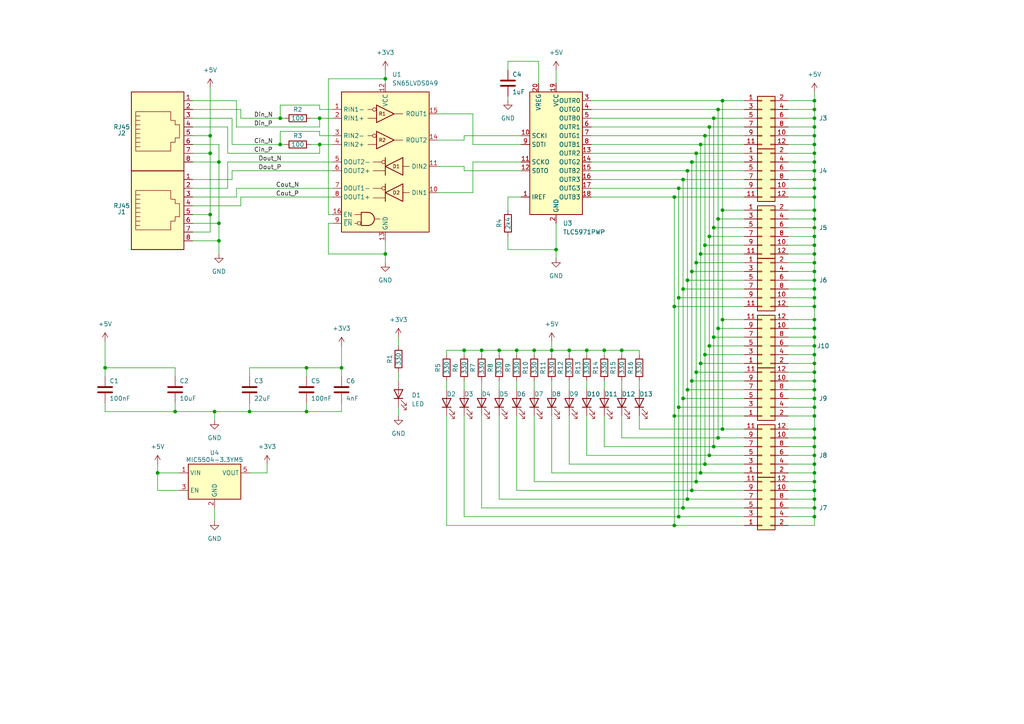
<source format=kicad_sch>
(kicad_sch (version 20231120) (generator "eeschema") (generator_version "8.0")
  (paper "A4")
  (lib_symbols
    (symbol "Connector:RJ45" (pin_names (offset 1.016))
      (property "Reference" "J" (at -5.08 13.97 0))
      (property "Value" "RJ45" (at 2.54 13.97 0))
      (symbol "RJ45_0_1"
        (polyline (pts (xy -5.08 4.445) (xy -6.35 4.445)))
        (polyline (pts (xy -5.08 5.715) (xy -6.35 5.715)))
        (polyline (pts (xy -6.35 -3.175) (xy -5.08 -3.175) (xy -5.08 -3.175)))
        (polyline (pts (xy -6.35 -1.905) (xy -5.08 -1.905) (xy -5.08 -1.905)))
        (polyline (pts (xy -6.35 -0.635) (xy -5.08 -0.635) (xy -5.08 -0.635)))
        (polyline (pts (xy -6.35 0.635) (xy -5.08 0.635) (xy -5.08 0.635)))
        (polyline (pts (xy -6.35 1.905) (xy -5.08 1.905) (xy -5.08 1.905)))
        (polyline (pts (xy -5.08 3.175) (xy -6.35 3.175) (xy -6.35 3.175)))
        (polyline (pts (xy -6.35 -4.445) (xy -6.35 6.985) (xy 3.81 6.985) (xy 3.81 4.445) (xy 5.08 4.445) (xy 5.08 3.175) (xy 6.35 3.175) (xy 6.35 -0.635) (xy 5.08 -0.635) (xy 5.08 -1.905) (xy 3.81 -1.905) (xy 3.81 -4.445) (xy -6.35 -4.445) (xy -6.35 -4.445)))
        (rectangle (start 7.62 12.7) (end -7.62 -10.16) (stroke (width 0.254)) (fill (type background)))
      )
      (symbol "RJ45_1_1"
        (pin passive line (at 10.16 -7.62 180) (length 2.54) (name "~") (number "1"))
        (pin passive line (at 10.16 -5.08 180) (length 2.54) (name "~") (number "2"))
        (pin passive line (at 10.16 -2.54 180) (length 2.54) (name "~") (number "3"))
        (pin passive line (at 10.16 0 180) (length 2.54) (name "~") (number "4"))
        (pin passive line (at 10.16 2.54 180) (length 2.54) (name "~") (number "5"))
        (pin passive line (at 10.16 5.08 180) (length 2.54) (name "~") (number "6"))
        (pin passive line (at 10.16 7.62 180) (length 2.54) (name "~") (number "7"))
        (pin passive line (at 10.16 10.16 180) (length 2.54) (name "~") (number "8"))
      )
    )
    (symbol "Connector_Generic:Conn_02x06_Odd_Even" (pin_names (offset 1.016) hide)
      (property "Reference" "J" (at 1.27 7.62 0))
      (property "Value" "Conn_02x06_Odd_Even" (at 1.27 -10.16 0))
      (symbol "Conn_02x06_Odd_Even_1_1"
        (rectangle (start -1.27 -7.493) (end 0 -7.747) (stroke (width 0.1524)))
        (rectangle (start -1.27 -4.953) (end 0 -5.207) (stroke (width 0.1524)))
        (rectangle (start -1.27 -2.413) (end 0 -2.667) (stroke (width 0.1524)))
        (rectangle (start -1.27 0.127) (end 0 -0.127) (stroke (width 0.1524)))
        (rectangle (start -1.27 2.667) (end 0 2.413) (stroke (width 0.1524)))
        (rectangle (start -1.27 5.207) (end 0 4.953) (stroke (width 0.1524)))
        (rectangle (start -1.27 6.35) (end 3.81 -8.89) (stroke (width 0.254)) (fill (type background)))
        (rectangle (start 3.81 -7.493) (end 2.54 -7.747) (stroke (width 0.1524)))
        (rectangle (start 3.81 -4.953) (end 2.54 -5.207) (stroke (width 0.1524)))
        (rectangle (start 3.81 -2.413) (end 2.54 -2.667) (stroke (width 0.1524)))
        (rectangle (start 3.81 0.127) (end 2.54 -0.127) (stroke (width 0.1524)))
        (rectangle (start 3.81 2.667) (end 2.54 2.413) (stroke (width 0.1524)))
        (rectangle (start 3.81 5.207) (end 2.54 4.953) (stroke (width 0.1524)))
        (pin passive line (at -5.08 5.08 0) (length 3.81) (name "Pin_1") (number "1"))
        (pin passive line (at 7.62 -5.08 180) (length 3.81) (name "Pin_10") (number "10"))
        (pin passive line (at -5.08 -7.62 0) (length 3.81) (name "Pin_11") (number "11"))
        (pin passive line (at 7.62 -7.62 180) (length 3.81) (name "Pin_12") (number "12"))
        (pin passive line (at 7.62 5.08 180) (length 3.81) (name "Pin_2") (number "2"))
        (pin passive line (at -5.08 2.54 0) (length 3.81) (name "Pin_3") (number "3"))
        (pin passive line (at 7.62 2.54 180) (length 3.81) (name "Pin_4") (number "4"))
        (pin passive line (at -5.08 0 0) (length 3.81) (name "Pin_5") (number "5"))
        (pin passive line (at 7.62 0 180) (length 3.81) (name "Pin_6") (number "6"))
        (pin passive line (at -5.08 -2.54 0) (length 3.81) (name "Pin_7") (number "7"))
        (pin passive line (at 7.62 -2.54 180) (length 3.81) (name "Pin_8") (number "8"))
        (pin passive line (at -5.08 -5.08 0) (length 3.81) (name "Pin_9") (number "9"))
      )
    )
    (symbol "Device:C" (pin_numbers hide) (pin_names (offset 0.254))
      (property "Reference" "C" (at 0.635 2.54 0))
      (property "Value" "C" (at 0.635 -2.54 0))
      (symbol "C_0_1"
        (polyline (pts (xy -2.032 -0.762) (xy 2.032 -0.762)) (stroke (width 0.508)))
        (polyline (pts (xy -2.032 0.762) (xy 2.032 0.762)) (stroke (width 0.508)))
      )
      (symbol "C_1_1"
        (pin passive line (at 0 3.81 270) (length 2.794) (name "~") (number "1"))
        (pin passive line (at 0 -3.81 90) (length 2.794) (name "~") (number "2"))
      )
    )
    (symbol "Device:LED" (pin_numbers hide) (pin_names (offset 1.016) hide)
      (property "Reference" "D" (at 0 2.54 0))
      (property "Value" "LED" (at 0 -2.54 0))
      (symbol "LED_0_1"
        (polyline (pts (xy -1.27 -1.27) (xy -1.27 1.27)) (stroke (width 0.254)))
        (polyline (pts (xy -1.27 0) (xy 1.27 0)))
        (polyline (pts (xy 1.27 -1.27) (xy 1.27 1.27) (xy -1.27 0) (xy 1.27 -1.27)) (stroke (width 0.254)))
        (polyline (pts (xy -3.048 -0.762) (xy -4.572 -2.286) (xy -3.81 -2.286) (xy -4.572 -2.286) (xy -4.572 -1.524)))
        (polyline (pts (xy -1.778 -0.762) (xy -3.302 -2.286) (xy -2.54 -2.286) (xy -3.302 -2.286) (xy -3.302 -1.524)))
      )
      (symbol "LED_1_1"
        (pin passive line (at -3.81 0 0) (length 2.54) (name "K") (number "1"))
        (pin passive line (at 3.81 0 180) (length 2.54) (name "A") (number "2"))
      )
    )
    (symbol "Device:R" (pin_numbers hide) (pin_names (offset 0))
      (property "Reference" "R" (at 2.032 0 90))
      (property "Value" "R" (at 0 0 90))
      (symbol "R_0_1"
        (rectangle (start -1.016 -2.54) (end 1.016 2.54) (stroke (width 0.254)))
      )
      (symbol "R_1_1"
        (pin passive line (at 0 3.81 270) (length 1.27) (name "~") (number "1"))
        (pin passive line (at 0 -3.81 90) (length 1.27) (name "~") (number "2"))
      )
    )
    (symbol "Driver_LED:TLC5971PWP"
      (property "Reference" "U" (at 1.27 19.05 0))
      (property "Value" "TLC5971PWP" (at 1.27 -19.05 0))
      (symbol "TLC5971PWP_0_1"
        (rectangle (start -7.62 17.78) (end 7.62 -17.78) (stroke (width 0.254)) (fill (type background)))
        (pin input line (at -10.16 5.08 0) (length 2.54) (name "SCKI") (number "10"))
        (pin open_collector line (at 10.16 0 180) (length 2.54) (name "OUTR2") (number "13"))
        (pin open_collector line (at 10.16 -2.54 180) (length 2.54) (name "OUTG2") (number "14"))
        (pin open_collector line (at 10.16 -5.08 180) (length 2.54) (name "OUTB2") (number "15"))
        (pin open_collector line (at 10.16 -7.62 180) (length 2.54) (name "OUTR3") (number "16"))
        (pin open_collector line (at 10.16 -10.16 180) (length 2.54) (name "OUTG3") (number "17"))
        (pin open_collector line (at 10.16 -12.7 180) (length 2.54) (name "OUTB3") (number "18"))
        (pin power_in line (at 0 20.32 270) (length 2.54) (name "VCC") (number "19"))
        (pin power_in line (at 0 -20.32 90) (length 2.54) (name "GND") (number "2"))
        (pin passive line (at -5.08 20.32 270) (length 2.54) (name "VREG") (number "20"))
        (pin passive line (at 0 -20.32 90) (length 2.54) hide (name "GND") (number "21"))
        (pin open_collector line (at 10.16 15.24 180) (length 2.54) (name "OUTR0") (number "3"))
        (pin open_collector line (at 10.16 12.7 180) (length 2.54) (name "OUTG0") (number "4"))
        (pin open_collector line (at 10.16 10.16 180) (length 2.54) (name "OUTB0") (number "5"))
        (pin open_collector line (at 10.16 7.62 180) (length 2.54) (name "OUTR1") (number "6"))
        (pin open_collector line (at 10.16 5.08 180) (length 2.54) (name "OUTG1") (number "7"))
        (pin open_collector line (at 10.16 2.54 180) (length 2.54) (name "OUTB1") (number "8"))
        (pin input line (at -10.16 2.54 0) (length 2.54) (name "SDTI") (number "9"))
      )
      (symbol "TLC5971PWP_1_1"
        (pin passive line (at -10.16 -12.7 0) (length 2.54) (name "IREF") (number "1"))
        (pin output line (at -10.16 -2.54 0) (length 2.54) (name "SCKO") (number "11"))
        (pin output line (at -10.16 -5.08 0) (length 2.54) (name "SDTO") (number "12"))
      )
    )
    (symbol "My_New_Library:SN65LVDS049"
      (property "Reference" "U" (at -12.7 21.59 0))
      (property "Value" "SN65LVDS049" (at 1.27 21.59 0))
      (symbol "SN65LVDS049_0_1"
        (polyline (pts (xy -3.81 7.62) (xy -5.08 7.62)))
        (polyline (pts (xy -3.81 15.24) (xy -5.08 15.24)))
        (polyline (pts (xy -2.54 5.08) (xy -5.08 5.08)))
        (polyline (pts (xy -2.54 12.7) (xy -5.08 12.7)))
        (polyline (pts (xy 2.54 6.35) (xy 5.08 6.35)))
        (polyline (pts (xy 2.54 13.97) (xy 5.08 13.97)))
      )
      (symbol "SN65LVDS049_1_0"
        (rectangle (start -12.7 20.32) (end 12.7 -20.32) (stroke (width 0.254)) (fill (type background)))
        (circle (center -7.62 -17.78) (radius 0.508))
        (circle (center -3.175 7.62) (radius 0.508))
        (circle (center -3.175 15.24) (radius 0.508))
        (circle (center -0.508 -7.62) (radius 0.508))
        (circle (center -0.508 0) (radius 0.508))
        (polyline (pts (xy -3.556 -2.54) (xy 0 -2.54)))
        (polyline (pts (xy -3.048 -16.51) (xy -1.524 -16.51)))
        (polyline (pts (xy -1.016 -7.62) (xy -3.556 -7.62)))
        (polyline (pts (xy -1.016 0) (xy -3.556 0)))
        (polyline (pts (xy 0 -10.414) (xy -3.556 -10.414)))
        (polyline (pts (xy 0 -6.35) (xy 0 -11.43)) (stroke (width 0.254)))
        (polyline (pts (xy 0 1.27) (xy 0 -3.81)) (stroke (width 0.254)))
        (polyline (pts (xy 5.08 -8.89) (xy 6.985 -8.89)))
        (polyline (pts (xy 5.08 -1.27) (xy 6.985 -1.27)))
        (text "D1" (at 3.175 -1.27 0) (effects (font (size 1.016 1.016))))
        (text "D2" (at 3.175 -8.89 0) (effects (font (size 1.016 1.016))))
        (text "R1" (at -0.889 13.97 0) (effects (font (size 1.016 1.016))))
        (text "R2" (at -0.889 6.35 0) (effects (font (size 1.016 1.016))))
      )
      (symbol "SN65LVDS049_1_1"
        (arc (start -5.08 -18.415) (mid -3.1833 -16.51) (end -5.08 -14.605) (stroke (width 0.254)))
        (polyline (pts (xy -8.89 -17.78) (xy -8.128 -17.78)))
        (polyline (pts (xy -8.89 -15.24) (xy -6.985 -15.24)))
        (polyline (pts (xy -5.08 -14.605) (xy -6.985 -14.605) (xy -6.985 -18.415) (xy -5.08 -18.415)) (stroke (width 0.254)))
        (polyline (pts (xy -2.54 8.89) (xy -2.54 3.81) (xy 2.54 6.35) (xy -2.54 8.89)) (stroke (width 0.254)))
        (polyline (pts (xy -2.54 16.51) (xy -2.54 11.43) (xy 2.54 13.97) (xy -2.54 16.51)) (stroke (width 0.254)))
        (polyline (pts (xy 5.08 -6.35) (xy 5.08 -11.43) (xy 0 -8.89) (xy 5.08 -6.35)) (stroke (width 0.254)))
        (polyline (pts (xy 5.08 1.27) (xy 5.08 -3.81) (xy 0 -1.27) (xy 5.08 1.27)) (stroke (width 0.254)))
        (pin input line (at -15.24 15.24 0) (length 2.54) (name "RIN1-") (number "1"))
        (pin input line (at 15.24 -8.89 180) (length 2.54) (name "DIN1") (number "10"))
        (pin input line (at 15.24 -1.27 180) (length 2.54) (name "DIN2") (number "11"))
        (pin power_in line (at 0 22.86 270) (length 2.54) (name "VCC") (number "12"))
        (pin power_in line (at 0 -22.86 90) (length 2.54) (name "GND") (number "13"))
        (pin output line (at 15.24 6.35 180) (length 2.54) (name "ROUT2") (number "14"))
        (pin output line (at 15.24 13.97 180) (length 2.54) (name "ROUT1") (number "15"))
        (pin input line (at -15.24 -15.24 0) (length 2.54) (name "EN") (number "16"))
        (pin input line (at -15.24 12.7 0) (length 2.54) (name "RIN1+") (number "2"))
        (pin input line (at -15.24 7.62 0) (length 2.54) (name "RIN2-") (number "3"))
        (pin input line (at -15.24 5.08 0) (length 2.54) (name "RIN2+") (number "4"))
        (pin output line (at -15.24 0 0) (length 2.54) (name "DOUT2-") (number "5"))
        (pin output line (at -15.24 -2.54 0) (length 2.54) (name "DOUT2+") (number "6"))
        (pin output line (at -15.24 -7.62 0) (length 2.54) (name "DOUT1-") (number "7"))
        (pin output line (at -15.24 -10.16 0) (length 2.54) (name "DOUT1+") (number "8"))
        (pin input line (at -15.24 -17.78 0) (length 2.54) (name "~{EN}") (number "9"))
      )
    )
    (symbol "Regulator_Linear:MIC5504-3.3YM5"
      (property "Reference" "U" (at -7.62 8.89 0))
      (property "Value" "MIC5504-3.3YM5" (at -7.62 6.35 0))
      (symbol "MIC5504-3.3YM5_0_1"
        (rectangle (start -7.62 -5.08) (end 7.62 5.08) (stroke (width 0.254)) (fill (type background)))
      )
      (symbol "MIC5504-3.3YM5_1_1"
        (pin power_in line (at -10.16 2.54 0) (length 2.54) (name "VIN") (number "1"))
        (pin power_in line (at 0 -7.62 90) (length 2.54) (name "GND") (number "2"))
        (pin input line (at -10.16 -2.54 0) (length 2.54) (name "EN") (number "3"))
        (pin no_connect line (at 7.62 -2.54 180) (length 2.54) hide (name "NC") (number "4"))
        (pin power_out line (at 10.16 2.54 180) (length 2.54) (name "VOUT") (number "5"))
      )
    )
    (symbol "power:+3V3" (power) (pin_names (offset 0))
      (property "Value" "+3V3" (at 0 3.556 0))
      (symbol "+3V3_0_1"
        (polyline (pts (xy -0.762 1.27) (xy 0 2.54)))
        (polyline (pts (xy 0 0) (xy 0 2.54)))
        (polyline (pts (xy 0 2.54) (xy 0.762 1.27)))
      )
      (symbol "+3V3_1_1"
        (pin power_in line (at 0 0 90) (length 0) hide (name "+3V3") (number "1"))
      )
    )
    (symbol "power:+5V" (power) (pin_names (offset 0))
      (property "Value" "+5V" (at 0 3.556 0))
      (symbol "+5V_0_1"
        (polyline (pts (xy -0.762 1.27) (xy 0 2.54)))
        (polyline (pts (xy 0 0) (xy 0 2.54)))
        (polyline (pts (xy 0 2.54) (xy 0.762 1.27)))
      )
      (symbol "+5V_1_1"
        (pin power_in line (at 0 0 90) (length 0) hide (name "+5V") (number "1"))
      )
    )
    (symbol "power:GND" (power) (pin_names (offset 0))
      (property "Value" "GND" (at 0 -3.81 0))
      (symbol "GND_0_1"
        (polyline (pts (xy 0 0) (xy 0 -1.27) (xy 1.27 -1.27) (xy 0 -2.54) (xy -1.27 -1.27) (xy 0 -1.27)))
      )
      (symbol "GND_1_1"
        (pin power_in line (at 0 0 270) (length 0) hide (name "GND") (number "1"))
      )
    )
  )
  (junction (at 139.7 101.6))
  (junction (at 60.96 44.45))
  (junction (at 63.5 69.85))
  (junction (at 236.22 88.9))
  (junction (at 236.22 142.24))
  (junction (at 175.26 101.6))
  (junction (at 236.22 44.45))
  (junction (at 236.22 54.61))
  (junction (at 236.22 147.32))
  (junction (at 236.22 36.83))
  (junction (at 92.71 41.91))
  (junction (at 204.47 39.37))
  (junction (at 236.22 39.37))
  (junction (at 195.58 152.4))
  (junction (at 236.22 113.03))
  (junction (at 111.76 73.66))
  (junction (at 209.55 124.46))
  (junction (at 236.22 110.49))
  (junction (at 88.9 119.38))
  (junction (at 236.22 129.54))
  (junction (at 161.29 72.39))
  (junction (at 236.22 137.16))
  (junction (at 60.96 39.37))
  (junction (at 50.8 119.38))
  (junction (at 208.28 95.25))
  (junction (at 236.22 105.41))
  (junction (at 205.74 36.83))
  (junction (at 60.96 62.23))
  (junction (at 236.22 63.5))
  (junction (at 236.22 49.53))
  (junction (at 236.22 100.33))
  (junction (at 196.85 86.36))
  (junction (at 201.93 44.45))
  (junction (at 198.12 83.82))
  (junction (at 236.22 29.21))
  (junction (at 236.22 78.74))
  (junction (at 236.22 115.57))
  (junction (at 236.22 52.07))
  (junction (at 236.22 144.78))
  (junction (at 207.01 97.79))
  (junction (at 236.22 60.96))
  (junction (at 236.22 95.25))
  (junction (at 236.22 149.86))
  (junction (at 236.22 66.04))
  (junction (at 207.01 34.29))
  (junction (at 45.72 137.16))
  (junction (at 170.18 101.6))
  (junction (at 209.55 92.71))
  (junction (at 144.78 101.6))
  (junction (at 195.58 120.65))
  (junction (at 63.5 64.77))
  (junction (at 207.01 66.04))
  (junction (at 236.22 86.36))
  (junction (at 154.94 101.6))
  (junction (at 201.93 76.2))
  (junction (at 236.22 92.71))
  (junction (at 236.22 34.29))
  (junction (at 236.22 73.66))
  (junction (at 203.2 41.91))
  (junction (at 236.22 76.2))
  (junction (at 236.22 41.91))
  (junction (at 236.22 71.12))
  (junction (at 198.12 147.32))
  (junction (at 236.22 68.58))
  (junction (at 199.39 113.03))
  (junction (at 198.12 115.57))
  (junction (at 200.66 46.99))
  (junction (at 236.22 107.95))
  (junction (at 208.28 63.5))
  (junction (at 200.66 78.74))
  (junction (at 62.23 119.38))
  (junction (at 236.22 57.15))
  (junction (at 180.34 101.6))
  (junction (at 99.06 106.68))
  (junction (at 196.85 54.61))
  (junction (at 209.55 29.21))
  (junction (at 203.2 105.41))
  (junction (at 196.85 149.86))
  (junction (at 236.22 97.79))
  (junction (at 81.28 34.29))
  (junction (at 199.39 81.28))
  (junction (at 201.93 139.7))
  (junction (at 201.93 107.95))
  (junction (at 236.22 46.99))
  (junction (at 195.58 88.9))
  (junction (at 111.76 22.86))
  (junction (at 204.47 134.62))
  (junction (at 199.39 144.78))
  (junction (at 199.39 49.53))
  (junction (at 160.02 101.6))
  (junction (at 236.22 118.11))
  (junction (at 236.22 102.87))
  (junction (at 200.66 110.49))
  (junction (at 205.74 132.08))
  (junction (at 195.58 57.15))
  (junction (at 236.22 81.28))
  (junction (at 204.47 102.87))
  (junction (at 149.86 101.6))
  (junction (at 205.74 100.33))
  (junction (at 208.28 31.75))
  (junction (at 203.2 73.66))
  (junction (at 236.22 127))
  (junction (at 236.22 31.75))
  (junction (at 198.12 52.07))
  (junction (at 88.9 106.68))
  (junction (at 165.1 101.6))
  (junction (at 209.55 60.96))
  (junction (at 72.39 119.38))
  (junction (at 92.71 34.29))
  (junction (at 236.22 132.08))
  (junction (at 236.22 124.46))
  (junction (at 134.62 101.6))
  (junction (at 208.28 127))
  (junction (at 204.47 71.12))
  (junction (at 236.22 120.65))
  (junction (at 81.28 41.91))
  (junction (at 207.01 129.54))
  (junction (at 236.22 83.82))
  (junction (at 200.66 142.24))
  (junction (at 236.22 134.62))
  (junction (at 196.85 118.11))
  (junction (at 205.74 68.58))
  (junction (at 203.2 137.16))
  (junction (at 30.48 106.68))
  (junction (at 63.5 46.99))
  (junction (at 236.22 139.7))
  (wire (pts (xy 90.17 34.29) (xy 92.71 34.29)))
  (wire (pts (xy 228.6 132.08) (xy 236.22 132.08)))
  (wire (pts (xy 180.34 101.6) (xy 180.34 102.87)))
  (wire (pts (xy 175.26 129.54) (xy 207.01 129.54)))
  (wire (pts (xy 92.71 34.29) (xy 92.71 36.83)))
  (wire (pts (xy 69.85 57.15) (xy 96.52 57.15)))
  (wire (pts (xy 99.06 119.38) (xy 88.9 119.38)))
  (wire (pts (xy 55.88 41.91) (xy 63.5 41.91)))
  (wire (pts (xy 228.6 49.53) (xy 236.22 49.53)))
  (wire (pts (xy 67.31 49.53) (xy 67.31 52.07)))
  (wire (pts (xy 209.55 92.71) (xy 209.55 124.46)))
  (wire (pts (xy 139.7 101.6) (xy 144.78 101.6)))
  (wire (pts (xy 215.9 142.24) (xy 200.66 142.24)))
  (wire (pts (xy 236.22 142.24) (xy 228.6 142.24)))
  (wire (pts (xy 154.94 139.7) (xy 201.93 139.7)))
  (wire (pts (xy 30.48 106.68) (xy 30.48 109.22)))
  (wire (pts (xy 236.22 29.21) (xy 228.6 29.21)))
  (wire (pts (xy 228.6 102.87) (xy 236.22 102.87)))
  (wire (pts (xy 95.25 22.86) (xy 111.76 22.86)))
  (wire (pts (xy 111.76 20.32) (xy 111.76 22.86)))
  (wire (pts (xy 90.17 41.91) (xy 92.71 41.91)))
  (wire (pts (xy 99.06 106.68) (xy 99.06 109.22)))
  (wire (pts (xy 215.9 66.04) (xy 207.01 66.04)))
  (wire (pts (xy 99.06 106.68) (xy 88.9 106.68)))
  (wire (pts (xy 215.9 152.4) (xy 195.58 152.4)))
  (wire (pts (xy 134.62 101.6) (xy 139.7 101.6)))
  (wire (pts (xy 228.6 105.41) (xy 236.22 105.41)))
  (wire (pts (xy 149.86 110.49) (xy 149.86 113.03)))
  (wire (pts (xy 50.8 116.84) (xy 50.8 119.38)))
  (wire (pts (xy 171.45 54.61) (xy 196.85 54.61)))
  (wire (pts (xy 115.57 107.95) (xy 115.57 110.49)))
  (wire (pts (xy 161.29 20.32) (xy 161.29 24.13)))
  (wire (pts (xy 175.26 101.6) (xy 180.34 101.6)))
  (wire (pts (xy 236.22 127) (xy 236.22 124.46)))
  (wire (pts (xy 175.26 101.6) (xy 175.26 102.87)))
  (wire (pts (xy 236.22 46.99) (xy 236.22 44.45)))
  (wire (pts (xy 236.22 113.03) (xy 236.22 110.49)))
  (wire (pts (xy 236.22 149.86) (xy 236.22 152.4)))
  (wire (pts (xy 149.86 142.24) (xy 200.66 142.24)))
  (wire (pts (xy 81.28 41.91) (xy 82.55 41.91)))
  (wire (pts (xy 134.62 48.26) (xy 134.62 49.53)))
  (wire (pts (xy 236.22 115.57) (xy 236.22 113.03)))
  (wire (pts (xy 228.6 127) (xy 236.22 127)))
  (wire (pts (xy 198.12 83.82) (xy 198.12 115.57)))
  (wire (pts (xy 236.22 66.04) (xy 228.6 66.04)))
  (wire (pts (xy 62.23 147.32) (xy 62.23 151.13)))
  (wire (pts (xy 30.48 119.38) (xy 50.8 119.38)))
  (wire (pts (xy 215.9 137.16) (xy 203.2 137.16)))
  (wire (pts (xy 236.22 34.29) (xy 228.6 34.29)))
  (wire (pts (xy 205.74 68.58) (xy 205.74 100.33)))
  (wire (pts (xy 92.71 38.1) (xy 92.71 39.37)))
  (wire (pts (xy 236.22 60.96) (xy 236.22 57.15)))
  (wire (pts (xy 215.9 132.08) (xy 205.74 132.08)))
  (wire (pts (xy 144.78 144.78) (xy 199.39 144.78)))
  (wire (pts (xy 196.85 118.11) (xy 196.85 149.86)))
  (wire (pts (xy 215.9 60.96) (xy 209.55 60.96)))
  (wire (pts (xy 236.22 57.15) (xy 236.22 54.61)))
  (wire (pts (xy 72.39 137.16) (xy 77.47 137.16)))
  (wire (pts (xy 228.6 95.25) (xy 236.22 95.25)))
  (wire (pts (xy 144.78 110.49) (xy 144.78 113.03)))
  (wire (pts (xy 196.85 86.36) (xy 196.85 118.11)))
  (wire (pts (xy 236.22 144.78) (xy 236.22 147.32)))
  (wire (pts (xy 236.22 110.49) (xy 236.22 107.95)))
  (wire (pts (xy 171.45 49.53) (xy 199.39 49.53)))
  (wire (pts (xy 170.18 101.6) (xy 170.18 102.87)))
  (wire (pts (xy 205.74 68.58) (xy 205.74 36.83)))
  (wire (pts (xy 95.25 62.23) (xy 95.25 22.86)))
  (wire (pts (xy 236.22 144.78) (xy 228.6 144.78)))
  (wire (pts (xy 228.6 124.46) (xy 236.22 124.46)))
  (wire (pts (xy 139.7 110.49) (xy 139.7 113.03)))
  (wire (pts (xy 147.32 68.58) (xy 147.32 72.39)))
  (wire (pts (xy 200.66 110.49) (xy 200.66 142.24)))
  (wire (pts (xy 228.6 97.79) (xy 236.22 97.79)))
  (wire (pts (xy 129.54 102.87) (xy 129.54 101.6)))
  (wire (pts (xy 215.9 71.12) (xy 204.47 71.12)))
  (wire (pts (xy 236.22 139.7) (xy 228.6 139.7)))
  (wire (pts (xy 67.31 41.91) (xy 81.28 41.91)))
  (wire (pts (xy 228.6 54.61) (xy 236.22 54.61)))
  (wire (pts (xy 236.22 73.66) (xy 236.22 71.12)))
  (wire (pts (xy 55.88 69.85) (xy 63.5 69.85)))
  (wire (pts (xy 215.9 100.33) (xy 205.74 100.33)))
  (wire (pts (xy 236.22 124.46) (xy 236.22 120.65)))
  (wire (pts (xy 156.21 17.78) (xy 147.32 17.78)))
  (wire (pts (xy 236.22 71.12) (xy 236.22 68.58)))
  (wire (pts (xy 129.54 101.6) (xy 134.62 101.6)))
  (wire (pts (xy 55.88 62.23) (xy 60.96 62.23)))
  (wire (pts (xy 147.32 72.39) (xy 161.29 72.39)))
  (wire (pts (xy 215.9 63.5) (xy 208.28 63.5)))
  (wire (pts (xy 137.16 41.91) (xy 151.13 41.91)))
  (wire (pts (xy 149.86 101.6) (xy 149.86 102.87)))
  (wire (pts (xy 205.74 36.83) (xy 215.9 36.83)))
  (wire (pts (xy 63.5 46.99) (xy 63.5 64.77)))
  (wire (pts (xy 236.22 149.86) (xy 228.6 149.86)))
  (wire (pts (xy 215.9 105.41) (xy 203.2 105.41)))
  (wire (pts (xy 139.7 120.65) (xy 139.7 147.32)))
  (wire (pts (xy 195.58 120.65) (xy 195.58 152.4)))
  (wire (pts (xy 30.48 99.06) (xy 30.48 106.68)))
  (wire (pts (xy 92.71 31.75) (xy 96.52 31.75)))
  (wire (pts (xy 236.22 118.11) (xy 228.6 118.11)))
  (wire (pts (xy 55.88 46.99) (xy 63.5 46.99)))
  (wire (pts (xy 81.28 30.48) (xy 92.71 30.48)))
  (wire (pts (xy 236.22 36.83) (xy 236.22 34.29)))
  (wire (pts (xy 204.47 39.37) (xy 215.9 39.37)))
  (wire (pts (xy 99.06 100.33) (xy 99.06 106.68)))
  (wire (pts (xy 215.9 78.74) (xy 200.66 78.74)))
  (wire (pts (xy 72.39 106.68) (xy 72.39 109.22)))
  (wire (pts (xy 171.45 36.83) (xy 205.74 36.83)))
  (wire (pts (xy 165.1 120.65) (xy 165.1 134.62)))
  (wire (pts (xy 62.23 119.38) (xy 62.23 121.92)))
  (wire (pts (xy 55.88 44.45) (xy 60.96 44.45)))
  (wire (pts (xy 67.31 49.53) (xy 96.52 49.53)))
  (wire (pts (xy 236.22 78.74) (xy 236.22 76.2)))
  (wire (pts (xy 236.22 44.45) (xy 236.22 41.91)))
  (wire (pts (xy 236.22 41.91) (xy 236.22 39.37)))
  (wire (pts (xy 236.22 137.16) (xy 236.22 139.7)))
  (wire (pts (xy 209.55 60.96) (xy 209.55 92.71)))
  (wire (pts (xy 236.22 31.75) (xy 236.22 29.21)))
  (wire (pts (xy 66.04 36.83) (xy 66.04 44.45)))
  (wire (pts (xy 215.9 118.11) (xy 196.85 118.11)))
  (wire (pts (xy 151.13 57.15) (xy 147.32 57.15)))
  (wire (pts (xy 236.22 26.67) (xy 236.22 29.21)))
  (wire (pts (xy 185.42 101.6) (xy 185.42 102.87)))
  (wire (pts (xy 208.28 31.75) (xy 215.9 31.75)))
  (wire (pts (xy 215.9 110.49) (xy 200.66 110.49)))
  (wire (pts (xy 92.71 30.48) (xy 92.71 31.75)))
  (wire (pts (xy 147.32 27.94) (xy 147.32 29.21)))
  (wire (pts (xy 68.58 29.21) (xy 68.58 36.83)))
  (wire (pts (xy 236.22 39.37) (xy 228.6 39.37)))
  (wire (pts (xy 228.6 86.36) (xy 236.22 86.36)))
  (wire (pts (xy 228.6 76.2) (xy 236.22 76.2)))
  (wire (pts (xy 236.22 107.95) (xy 228.6 107.95)))
  (wire (pts (xy 55.88 54.61) (xy 66.04 54.61)))
  (wire (pts (xy 236.22 132.08) (xy 236.22 129.54)))
  (wire (pts (xy 215.9 120.65) (xy 195.58 120.65)))
  (wire (pts (xy 154.94 101.6) (xy 154.94 102.87)))
  (wire (pts (xy 111.76 22.86) (xy 111.76 24.13)))
  (wire (pts (xy 236.22 110.49) (xy 228.6 110.49)))
  (wire (pts (xy 236.22 71.12) (xy 228.6 71.12)))
  (wire (pts (xy 228.6 52.07) (xy 236.22 52.07)))
  (wire (pts (xy 115.57 97.79) (xy 115.57 100.33)))
  (wire (pts (xy 236.22 63.5) (xy 236.22 60.96)))
  (wire (pts (xy 161.29 64.77) (xy 161.29 72.39)))
  (wire (pts (xy 215.9 115.57) (xy 198.12 115.57)))
  (wire (pts (xy 154.94 101.6) (xy 160.02 101.6)))
  (wire (pts (xy 208.28 95.25) (xy 208.28 127)))
  (wire (pts (xy 204.47 71.12) (xy 204.47 102.87)))
  (wire (pts (xy 175.26 120.65) (xy 175.26 129.54)))
  (wire (pts (xy 236.22 88.9) (xy 236.22 92.71)))
  (wire (pts (xy 127 48.26) (xy 134.62 48.26)))
  (wire (pts (xy 236.22 95.25) (xy 236.22 92.71)))
  (wire (pts (xy 203.2 41.91) (xy 215.9 41.91)))
  (wire (pts (xy 215.9 81.28) (xy 199.39 81.28)))
  (wire (pts (xy 30.48 116.84) (xy 30.48 119.38)))
  (wire (pts (xy 236.22 139.7) (xy 236.22 142.24)))
  (wire (pts (xy 134.62 101.6) (xy 134.62 102.87)))
  (wire (pts (xy 236.22 34.29) (xy 236.22 31.75)))
  (wire (pts (xy 236.22 49.53) (xy 236.22 46.99)))
  (wire (pts (xy 88.9 119.38) (xy 72.39 119.38)))
  (wire (pts (xy 236.22 97.79) (xy 236.22 95.25)))
  (wire (pts (xy 147.32 17.78) (xy 147.32 20.32)))
  (wire (pts (xy 200.66 78.74) (xy 200.66 110.49)))
  (wire (pts (xy 236.22 118.11) (xy 236.22 115.57)))
  (wire (pts (xy 171.45 41.91) (xy 203.2 41.91)))
  (wire (pts (xy 228.6 88.9) (xy 236.22 88.9)))
  (wire (pts (xy 81.28 34.29) (xy 81.28 30.48)))
  (wire (pts (xy 171.45 44.45) (xy 201.93 44.45)))
  (wire (pts (xy 180.34 110.49) (xy 180.34 113.03)))
  (wire (pts (xy 236.22 142.24) (xy 236.22 144.78)))
  (wire (pts (xy 52.07 142.24) (xy 45.72 142.24)))
  (wire (pts (xy 45.72 142.24) (xy 45.72 137.16)))
  (wire (pts (xy 215.9 92.71) (xy 209.55 92.71)))
  (wire (pts (xy 139.7 147.32) (xy 198.12 147.32)))
  (wire (pts (xy 160.02 120.65) (xy 160.02 137.16)))
  (wire (pts (xy 55.88 57.15) (xy 68.58 57.15)))
  (wire (pts (xy 111.76 73.66) (xy 111.76 76.2)))
  (wire (pts (xy 236.22 68.58) (xy 236.22 66.04)))
  (wire (pts (xy 171.45 34.29) (xy 207.01 34.29)))
  (wire (pts (xy 200.66 78.74) (xy 200.66 46.99)))
  (wire (pts (xy 115.57 118.11) (xy 115.57 120.65)))
  (wire (pts (xy 139.7 101.6) (xy 139.7 102.87)))
  (wire (pts (xy 215.9 127) (xy 208.28 127)))
  (wire (pts (xy 215.9 76.2) (xy 201.93 76.2)))
  (wire (pts (xy 180.34 120.65) (xy 180.34 127)))
  (wire (pts (xy 236.22 76.2) (xy 236.22 73.66)))
  (wire (pts (xy 201.93 44.45) (xy 215.9 44.45)))
  (wire (pts (xy 228.6 134.62) (xy 236.22 134.62)))
  (wire (pts (xy 66.04 44.45) (xy 92.71 44.45)))
  (wire (pts (xy 196.85 54.61) (xy 215.9 54.61)))
  (wire (pts (xy 151.13 46.99) (xy 137.16 46.99)))
  (wire (pts (xy 228.6 57.15) (xy 236.22 57.15)))
  (wire (pts (xy 60.96 25.4) (xy 60.96 39.37)))
  (wire (pts (xy 209.55 29.21) (xy 215.9 29.21)))
  (wire (pts (xy 195.58 57.15) (xy 215.9 57.15)))
  (wire (pts (xy 215.9 68.58) (xy 205.74 68.58)))
  (wire (pts (xy 236.22 129.54) (xy 236.22 127)))
  (wire (pts (xy 99.06 116.84) (xy 99.06 119.38)))
  (wire (pts (xy 180.34 101.6) (xy 185.42 101.6)))
  (wire (pts (xy 63.5 69.85) (xy 63.5 73.66)))
  (wire (pts (xy 228.6 152.4) (xy 236.22 152.4)))
  (wire (pts (xy 236.22 134.62) (xy 236.22 132.08)))
  (wire (pts (xy 160.02 101.6) (xy 160.02 102.87)))
  (wire (pts (xy 170.18 132.08) (xy 205.74 132.08)))
  (wire (pts (xy 199.39 49.53) (xy 215.9 49.53)))
  (wire (pts (xy 185.42 120.65) (xy 185.42 124.46)))
  (wire (pts (xy 144.78 101.6) (xy 149.86 101.6)))
  (wire (pts (xy 209.55 60.96) (xy 209.55 29.21)))
  (wire (pts (xy 77.47 137.16) (xy 77.47 134.62)))
  (wire (pts (xy 72.39 119.38) (xy 62.23 119.38)))
  (wire (pts (xy 160.02 137.16) (xy 203.2 137.16)))
  (wire (pts (xy 55.88 29.21) (xy 68.58 29.21)))
  (wire (pts (xy 67.31 34.29) (xy 67.31 41.91)))
  (wire (pts (xy 228.6 46.99) (xy 236.22 46.99)))
  (wire (pts (xy 215.9 88.9) (xy 195.58 88.9)))
  (wire (pts (xy 228.6 83.82) (xy 236.22 83.82)))
  (wire (pts (xy 95.25 64.77) (xy 95.25 73.66)))
  (wire (pts (xy 165.1 101.6) (xy 170.18 101.6)))
  (wire (pts (xy 236.22 147.32) (xy 236.22 149.86)))
  (wire (pts (xy 55.88 39.37) (xy 60.96 39.37)))
  (wire (pts (xy 92.71 34.29) (xy 96.52 34.29)))
  (wire (pts (xy 215.9 124.46) (xy 209.55 124.46)))
  (wire (pts (xy 160.02 101.6) (xy 165.1 101.6)))
  (wire (pts (xy 60.96 62.23) (xy 60.96 44.45)))
  (wire (pts (xy 137.16 33.02) (xy 137.16 41.91)))
  (wire (pts (xy 201.93 76.2) (xy 201.93 107.95)))
  (wire (pts (xy 134.62 110.49) (xy 134.62 113.03)))
  (wire (pts (xy 160.02 110.49) (xy 160.02 113.03)))
  (wire (pts (xy 154.94 120.65) (xy 154.94 139.7)))
  (wire (pts (xy 161.29 72.39) (xy 161.29 74.93)))
  (wire (pts (xy 170.18 120.65) (xy 170.18 132.08)))
  (wire (pts (xy 175.26 110.49) (xy 175.26 113.03)))
  (wire (pts (xy 147.32 57.15) (xy 147.32 60.96)))
  (wire (pts (xy 92.71 39.37) (xy 96.52 39.37)))
  (wire (pts (xy 215.9 144.78) (xy 199.39 144.78)))
  (wire (pts (xy 96.52 64.77) (xy 95.25 64.77)))
  (wire (pts (xy 127 40.64) (xy 134.62 40.64)))
  (wire (pts (xy 171.45 57.15) (xy 195.58 57.15)))
  (wire (pts (xy 228.6 129.54) (xy 236.22 129.54)))
  (wire (pts (xy 68.58 54.61) (xy 96.52 54.61)))
  (wire (pts (xy 195.58 88.9) (xy 195.58 57.15)))
  (wire (pts (xy 203.2 105.41) (xy 203.2 137.16)))
  (wire (pts (xy 195.58 88.9) (xy 195.58 120.65)))
  (wire (pts (xy 81.28 34.29) (xy 82.55 34.29)))
  (wire (pts (xy 171.45 46.99) (xy 200.66 46.99)))
  (wire (pts (xy 63.5 41.91) (xy 63.5 46.99)))
  (wire (pts (xy 236.22 73.66) (xy 228.6 73.66)))
  (wire (pts (xy 215.9 107.95) (xy 201.93 107.95)))
  (wire (pts (xy 68.58 57.15) (xy 68.58 54.61)))
  (wire (pts (xy 52.07 137.16) (xy 45.72 137.16)))
  (wire (pts (xy 236.22 31.75) (xy 228.6 31.75)))
  (wire (pts (xy 208.28 63.5) (xy 208.28 31.75)))
  (wire (pts (xy 127 33.02) (xy 137.16 33.02)))
  (wire (pts (xy 171.45 52.07) (xy 198.12 52.07)))
  (wire (pts (xy 149.86 101.6) (xy 154.94 101.6)))
  (wire (pts (xy 129.54 152.4) (xy 195.58 152.4)))
  (wire (pts (xy 55.88 31.75) (xy 69.85 31.75)))
  (wire (pts (xy 236.22 60.96) (xy 228.6 60.96)))
  (wire (pts (xy 228.6 92.71) (xy 236.22 92.71)))
  (wire (pts (xy 215.9 102.87) (xy 204.47 102.87)))
  (wire (pts (xy 236.22 54.61) (xy 236.22 52.07)))
  (wire (pts (xy 200.66 46.99) (xy 215.9 46.99)))
  (wire (pts (xy 236.22 147.32) (xy 228.6 147.32)))
  (wire (pts (xy 236.22 137.16) (xy 236.22 134.62)))
  (wire (pts (xy 66.04 46.99) (xy 66.04 54.61)))
  (wire (pts (xy 236.22 107.95) (xy 236.22 105.41)))
  (wire (pts (xy 236.22 41.91) (xy 228.6 41.91)))
  (wire (pts (xy 60.96 39.37) (xy 60.96 44.45)))
  (wire (pts (xy 236.22 113.03) (xy 228.6 113.03)))
  (wire (pts (xy 236.22 39.37) (xy 236.22 36.83)))
  (wire (pts (xy 198.12 115.57) (xy 198.12 147.32)))
  (wire (pts (xy 134.62 149.86) (xy 196.85 149.86)))
  (wire (pts (xy 199.39 113.03) (xy 199.39 144.78)))
  (wire (pts (xy 215.9 149.86) (xy 196.85 149.86)))
  (wire (pts (xy 215.9 113.03) (xy 199.39 113.03)))
  (wire (pts (xy 92.71 41.91) (xy 92.71 44.45)))
  (wire (pts (xy 215.9 147.32) (xy 198.12 147.32)))
  (wire (pts (xy 165.1 101.6) (xy 165.1 102.87)))
  (wire (pts (xy 68.58 36.83) (xy 92.71 36.83)))
  (wire (pts (xy 228.6 78.74) (xy 236.22 78.74)))
  (wire (pts (xy 60.96 67.31) (xy 60.96 62.23)))
  (wire (pts (xy 198.12 83.82) (xy 198.12 52.07)))
  (wire (pts (xy 201.93 76.2) (xy 201.93 44.45)))
  (wire (pts (xy 160.02 99.06) (xy 160.02 101.6)))
  (wire (pts (xy 149.86 120.65) (xy 149.86 142.24)))
  (wire (pts (xy 156.21 24.13) (xy 156.21 17.78)))
  (wire (pts (xy 171.45 39.37) (xy 204.47 39.37)))
  (wire (pts (xy 55.88 59.69) (xy 69.85 59.69)))
  (wire (pts (xy 95.25 73.66) (xy 111.76 73.66)))
  (wire (pts (xy 228.6 44.45) (xy 236.22 44.45)))
  (wire (pts (xy 55.88 67.31) (xy 60.96 67.31)))
  (wire (pts (xy 236.22 120.65) (xy 228.6 120.65)))
  (wire (pts (xy 151.13 39.37) (xy 134.62 39.37)))
  (wire (pts (xy 63.5 64.77) (xy 63.5 69.85)))
  (wire (pts (xy 171.45 31.75) (xy 208.28 31.75)))
  (wire (pts (xy 203.2 73.66) (xy 203.2 105.41)))
  (wire (pts (xy 201.93 107.95) (xy 201.93 139.7)))
  (wire (pts (xy 215.9 86.36) (xy 196.85 86.36)))
  (wire (pts (xy 236.22 88.9) (xy 236.22 86.36)))
  (wire (pts (xy 208.28 63.5) (xy 208.28 95.25)))
  (wire (pts (xy 134.62 120.65) (xy 134.62 149.86)))
  (wire (pts (xy 92.71 41.91) (xy 96.52 41.91)))
  (wire (pts (xy 215.9 97.79) (xy 207.01 97.79)))
  (wire (pts (xy 81.28 38.1) (xy 92.71 38.1)))
  (wire (pts (xy 88.9 106.68) (xy 72.39 106.68)))
  (wire (pts (xy 228.6 81.28) (xy 236.22 81.28)))
  (wire (pts (xy 165.1 134.62) (xy 204.47 134.62)))
  (wire (pts (xy 154.94 110.49) (xy 154.94 113.03)))
  (wire (pts (xy 88.9 106.68) (xy 88.9 109.22)))
  (wire (pts (xy 236.22 52.07) (xy 236.22 49.53)))
  (wire (pts (xy 137.16 55.88) (xy 127 55.88)))
  (wire (pts (xy 66.04 46.99) (xy 96.52 46.99)))
  (wire (pts (xy 144.78 120.65) (xy 144.78 144.78)))
  (wire (pts (xy 236.22 115.57) (xy 228.6 115.57)))
  (wire (pts (xy 170.18 110.49) (xy 170.18 113.03)))
  (wire (pts (xy 207.01 97.79) (xy 207.01 129.54)))
  (wire (pts (xy 134.62 49.53) (xy 151.13 49.53)))
  (wire (pts (xy 165.1 110.49) (xy 165.1 113.03)))
  (wire (pts (xy 236.22 81.28) (xy 236.22 78.74)))
  (wire (pts (xy 215.9 83.82) (xy 198.12 83.82)))
  (wire (pts (xy 207.01 66.04) (xy 207.01 34.29)))
  (wire (pts (xy 198.12 52.07) (xy 215.9 52.07)))
  (wire (pts (xy 203.2 73.66) (xy 203.2 41.91)))
  (wire (pts (xy 137.16 46.99) (xy 137.16 55.88)))
  (wire (pts (xy 215.9 139.7) (xy 201.93 139.7)))
  (wire (pts (xy 81.28 41.91) (xy 81.28 38.1)))
  (wire (pts (xy 215.9 95.25) (xy 208.28 95.25)))
  (wire (pts (xy 199.39 81.28) (xy 199.39 49.53)))
  (wire (pts (xy 236.22 36.83) (xy 228.6 36.83)))
  (wire (pts (xy 205.74 100.33) (xy 205.74 132.08)))
  (wire (pts (xy 236.22 102.87) (xy 236.22 100.33)))
  (wire (pts (xy 228.6 137.16) (xy 236.22 137.16)))
  (wire (pts (xy 199.39 81.28) (xy 199.39 113.03)))
  (wire (pts (xy 72.39 116.84) (xy 72.39 119.38)))
  (wire (pts (xy 185.42 124.46) (xy 209.55 124.46)))
  (wire (pts (xy 55.88 36.83) (xy 66.04 36.83)))
  (wire (pts (xy 204.47 71.12) (xy 204.47 39.37)))
  (wire (pts (xy 30.48 106.68) (xy 50.8 106.68)))
  (wire (pts (xy 45.72 137.16) (xy 45.72 134.62)))
  (wire (pts (xy 134.62 39.37) (xy 134.62 40.64)))
  (wire (pts (xy 228.6 100.33) (xy 236.22 100.33)))
  (wire (pts (xy 88.9 116.84) (xy 88.9 119.38)))
  (wire (pts (xy 111.76 69.85) (xy 111.76 73.66)))
  (wire (pts (xy 204.47 102.87) (xy 204.47 134.62)))
  (wire (pts (xy 196.85 86.36) (xy 196.85 54.61)))
  (wire (pts (xy 129.54 110.49) (xy 129.54 113.03)))
  (wire (pts (xy 95.25 62.23) (xy 96.52 62.23)))
  (wire (pts (xy 236.22 120.65) (xy 236.22 118.11)))
  (wire (pts (xy 215.9 134.62) (xy 204.47 134.62)))
  (wire (pts (xy 171.45 29.21) (xy 209.55 29.21)))
  (wire (pts (xy 207.01 34.29) (xy 215.9 34.29)))
  (wire (pts (xy 55.88 52.07) (xy 67.31 52.07)))
  (wire (pts (xy 129.54 120.65) (xy 129.54 152.4)))
  (wire (pts (xy 50.8 106.68) (xy 50.8 109.22)))
  (wire (pts (xy 55.88 34.29) (xy 67.31 34.29)))
  (wire (pts (xy 69.85 57.15) (xy 69.85 59.69)))
  (wire (pts (xy 236.22 83.82) (xy 236.22 81.28)))
  (wire (pts (xy 69.85 31.75) (xy 69.85 34.29)))
  (wire (pts (xy 236.22 105.41) (xy 236.22 102.87)))
  (wire (pts (xy 236.22 100.33) (xy 236.22 97.79)))
  (wire (pts (xy 207.01 66.04) (xy 207.01 97.79)))
  (wire (pts (xy 236.22 86.36) (xy 236.22 83.82)))
  (wire (pts (xy 50.8 119.38) (xy 62.23 119.38)))
  (wire (pts (xy 236.22 66.04) (xy 236.22 63.5)))
  (wire (pts (xy 215.9 73.66) (xy 203.2 73.66)))
  (wire (pts (xy 144.78 101.6) (xy 144.78 102.87)))
  (wire (pts (xy 185.42 110.49) (xy 185.42 113.03)))
  (wire (pts (xy 236.22 68.58) (xy 228.6 68.58)))
  (wire (pts (xy 236.22 63.5) (xy 228.6 63.5)))
  (wire (pts (xy 170.18 101.6) (xy 175.26 101.6)))
  (wire (pts (xy 215.9 129.54) (xy 207.01 129.54)))
  (wire (pts (xy 180.34 127) (xy 208.28 127)))
  (wire (pts (xy 55.88 64.77) (xy 63.5 64.77)))
  (wire (pts (xy 69.85 34.29) (xy 81.28 34.29)))
  (label "Dout_N" (at 74.93 46.99 0))
  (label "Din_P" (at 73.66 36.83 0))
  (label "Cout_N" (at 80.01 54.61 0))
  (label "Dout_P" (at 74.93 49.53 0))
  (label "Din_N" (at 73.66 34.29 0))
  (label "Cin_N" (at 73.66 41.91 0))
  (label "Cout_P" (at 80.01 57.15 0))
  (label "Cin_P" (at 73.66 44.45 0))
  (symbol (lib_id "Device:C") (at 72.39 113.03 0) (unit 1)
    (property "Reference" "C3" (at 73.66 110.49 0) (effects (justify left)))
    (property "Value" "22uF" (at 73.66 115.57 0) (effects (justify left)))
    (property "Footprint" "Capacitor_SMD:C_0805_2012Metric" (effects (hide yes)))
  )
  (symbol (lib_id "Device:R") (at 149.86 106.68 0) (unit 1)
    (property "Reference" "R9" (at 147.32 106.68 90))
    (property "Value" "330" (at 149.86 106.68 90))
    (property "Footprint" "Resistor_SMD:R_0805_2012Metric" (effects (hide yes)))
  )
  (symbol (lib_id "Device:R") (at 147.32 64.77 0) (unit 1)
    (property "Reference" "R4" (at 144.78 64.77 90))
    (property "Value" "2k4" (at 147.32 64.77 90))
    (property "Footprint" "Resistor_SMD:R_0805_2012Metric" (effects (hide yes)))
  )
  (symbol (lib_id "Connector_Generic:Conn_02x06_Odd_Even") (at 220.98 66.04 0) (unit 1)
    (property "Reference" "J5" (at 238.76 66.04 0))
    (property "Value" "Conn_02x06_Odd_Even" (effects (hide yes)))
    (property "Footprint" "Connector_PinHeader_2.54mm:PinHeader_2x06_P2.54mm_Vertical" (effects (hide yes)))
  )
  (symbol (lib_id "power:+3V3") (at 115.57 97.79 0) (unit 1)
    (property "Reference" "#PWR01" (effects (hide yes)))
    (property "Value" "+3V3" (at 115.57 92.71 0))
  )
  (symbol (lib_id "power:+3V3") (at 111.76 20.32 0) (unit 1)
    (property "Reference" "#PWR08" (effects (hide yes)))
    (property "Value" "+3V3" (at 111.76 15.24 0))
  )
  (symbol (lib_id "Device:R") (at 154.94 106.68 0) (unit 1)
    (property "Reference" "R10" (at 152.4 106.68 90))
    (property "Value" "330" (at 154.94 106.68 90))
    (property "Footprint" "Resistor_SMD:R_0805_2012Metric" (effects (hide yes)))
  )
  (symbol (lib_id "Device:R") (at 134.62 106.68 0) (unit 1)
    (property "Reference" "R6" (at 132.08 106.68 90))
    (property "Value" "330" (at 134.62 106.68 90))
    (property "Footprint" "Resistor_SMD:R_0805_2012Metric" (effects (hide yes)))
  )
  (symbol (lib_id "power:+5V") (at 161.29 20.32 0) (unit 1)
    (property "Reference" "#PWR013" (effects (hide yes)))
    (property "Value" "+5V" (at 161.29 15.24 0))
  )
  (symbol (lib_id "Device:LED") (at 115.57 114.3 90) (unit 1)
    (property "Reference" "D1" (at 119.38 114.6175 90) (effects (justify right)))
    (property "Value" "LED" (at 119.38 117.1575 90) (effects (justify right)))
    (property "Footprint" "LED_SMD:LED_0805_2012Metric" (effects (hide yes)))
  )
  (symbol (lib_id "My_New_Library:SN65LVDS049") (at 111.76 46.99 0) (unit 1)
    (property "Reference" "U1" (at 113.7159 21.59 0) (effects (justify left)))
    (property "Value" "SN65LVDS049" (at 113.7159 24.13 0) (effects (justify left)))
    (property "Footprint" "Package_SO:TSSOP-16_4.4x5mm_P0.65mm" (effects (hide yes)))
    (property "Datasheet" "http://www.ti.com/lit/ds/symlink/sn65lvds049.pdf" (effects (hide yes)))
  )
  (symbol (lib_id "Device:LED") (at 180.34 116.84 90) (unit 1)
    (property "Reference" "D12" (at 180.34 114.3 90) (effects (justify right)))
    (property "Value" "LED" (effects (hide yes)))
    (property "Footprint" "LED_SMD:LED_0805_2012Metric" (effects (hide yes)))
  )
  (symbol (lib_id "Connector_Generic:Conn_02x06_Odd_Even") (at 220.98 147.32 0) (mirror x) (unit 1)
    (property "Reference" "J7" (at 238.76 147.32 0))
    (property "Value" "Conn_02x06_Odd_Even" (effects (hide yes)))
    (property "Footprint" "Connector_PinHeader_2.54mm:PinHeader_2x06_P2.54mm_Vertical" (effects (hide yes)))
  )
  (symbol (lib_id "Connector_Generic:Conn_02x06_Odd_Even") (at 220.98 34.29 0) (unit 1)
    (property "Reference" "J3" (at 238.76 34.29 0))
    (property "Value" "Conn_02x06_Odd_Even" (effects (hide yes)))
    (property "Footprint" "Connector_PinHeader_2.54mm:PinHeader_2x06_P2.54mm_Vertical" (effects (hide yes)))
  )
  (symbol (lib_id "Device:R") (at 180.34 106.68 0) (unit 1)
    (property "Reference" "R15" (at 177.8 106.68 90))
    (property "Value" "330" (at 180.34 106.68 90))
    (property "Footprint" "Resistor_SMD:R_0805_2012Metric" (effects (hide yes)))
  )
  (symbol (lib_id "Device:R") (at 139.7 106.68 0) (unit 1)
    (property "Reference" "R7" (at 137.16 106.68 90))
    (property "Value" "330" (at 139.7 106.68 90))
    (property "Footprint" "Resistor_SMD:R_0805_2012Metric" (effects (hide yes)))
  )
  (symbol (lib_id "Device:R") (at 160.02 106.68 0) (unit 1)
    (property "Reference" "R11" (at 157.48 106.68 90))
    (property "Value" "330" (at 160.02 106.68 90))
    (property "Footprint" "Resistor_SMD:R_0805_2012Metric" (effects (hide yes)))
  )
  (symbol (lib_id "Device:LED") (at 134.62 116.84 90) (unit 1)
    (property "Reference" "D3" (at 134.62 114.3 90) (effects (justify right)))
    (property "Value" "LED" (effects (hide yes)))
    (property "Footprint" "LED_SMD:LED_0805_2012Metric" (effects (hide yes)))
  )
  (symbol (lib_id "power:+5V") (at 160.02 99.06 0) (unit 1)
    (property "Reference" "#PWR04" (effects (hide yes)))
    (property "Value" "+5V" (at 160.02 93.98 0))
  )
  (symbol (lib_id "power:+3V3") (at 77.47 134.62 0) (unit 1)
    (property "Reference" "#PWR017" (effects (hide yes)))
    (property "Value" "+3V3" (at 77.47 129.54 0))
  )
  (symbol (lib_id "power:GND") (at 62.23 151.13 0) (unit 1)
    (property "Reference" "#PWR06" (effects (hide yes)))
    (property "Value" "GND" (at 62.23 156.21 0))
  )
  (symbol (lib_id "Connector_Generic:Conn_02x06_Odd_Even") (at 220.98 81.28 0) (unit 1)
    (property "Reference" "J6" (at 238.76 81.28 0))
    (property "Value" "Conn_02x06_Odd_Even" (effects (hide yes)))
    (property "Footprint" "Connector_PinHeader_2.54mm:PinHeader_2x06_P2.54mm_Vertical" (effects (hide yes)))
  )
  (symbol (lib_id "Connector_Generic:Conn_02x06_Odd_Even") (at 220.98 132.08 0) (mirror x) (unit 1)
    (property "Reference" "J8" (at 238.76 132.08 0))
    (property "Value" "Conn_02x06_Odd_Even" (effects (hide yes)))
    (property "Footprint" "Connector_PinHeader_2.54mm:PinHeader_2x06_P2.54mm_Vertical" (effects (hide yes)))
  )
  (symbol (lib_id "Device:C") (at 88.9 113.03 0) (unit 1)
    (property "Reference" "C5" (at 90.17 110.49 0) (effects (justify left)))
    (property "Value" "100nF" (at 90.17 115.57 0) (effects (justify left)))
    (property "Footprint" "Capacitor_SMD:C_0805_2012Metric" (effects (hide yes)))
  )
  (symbol (lib_id "Device:LED") (at 139.7 116.84 90) (unit 1)
    (property "Reference" "D4" (at 139.7 114.3 90) (effects (justify right)))
    (property "Value" "LED" (effects (hide yes)))
    (property "Footprint" "LED_SMD:LED_0805_2012Metric" (effects (hide yes)))
  )
  (symbol (lib_id "Device:C") (at 30.48 113.03 0) (unit 1)
    (property "Reference" "C1" (at 31.75 110.49 0) (effects (justify left)))
    (property "Value" "100nF" (at 31.75 115.57 0) (effects (justify left)))
    (property "Footprint" "Capacitor_SMD:C_0805_2012Metric" (effects (hide yes)))
  )
  (symbol (lib_id "power:+5V") (at 236.22 26.67 0) (unit 1)
    (property "Reference" "#PWR015" (effects (hide yes)))
    (property "Value" "+5V" (at 236.22 21.59 0))
  )
  (symbol (lib_id "power:GND") (at 147.32 29.21 0) (unit 1)
    (property "Reference" "#PWR011" (effects (hide yes)))
    (property "Value" "GND" (at 147.32 34.29 0))
  )
  (symbol (lib_id "Device:R") (at 115.57 104.14 0) (unit 1)
    (property "Reference" "R1" (at 113.03 104.14 90))
    (property "Value" "330" (at 115.57 104.14 90))
    (property "Footprint" "Resistor_SMD:R_0805_2012Metric" (effects (hide yes)))
  )
  (symbol (lib_id "Device:LED") (at 154.94 116.84 90) (unit 1)
    (property "Reference" "D7" (at 154.94 114.3 90) (effects (justify right)))
    (property "Value" "LED" (effects (hide yes)))
    (property "Footprint" "LED_SMD:LED_0805_2012Metric" (effects (hide yes)))
  )
  (symbol (lib_id "Connector_Generic:Conn_02x06_Odd_Even") (at 220.98 100.33 0) (mirror x) (unit 1)
    (property "Reference" "J10" (at 238.76 100.33 0))
    (property "Value" "Conn_02x06_Odd_Even" (effects (hide yes)))
    (property "Footprint" "Connector_PinHeader_2.54mm:PinHeader_2x06_P2.54mm_Vertical" (effects (hide yes)))
  )
  (symbol (lib_id "Connector:RJ45") (at 45.72 59.69 0) (mirror x) (unit 1)
    (property "Reference" "J1" (at 35.306 61.468 0))
    (property "Value" "RJ45" (at 35.306 59.69 0))
    (property "Footprint" "Connector_RJ:RJ45_Amphenol_54602-x08_Horizontal" (effects (hide yes)))
    (property "Description" "RJ connector, 8P8C (8 positions 8 connected)" (effects (hide yes)))
  )
  (symbol (lib_id "power:GND") (at 63.5 73.66 0) (unit 1)
    (property "Reference" "#PWR05" (effects (hide yes)))
    (property "Value" "GND" (at 63.5 78.74 0))
  )
  (symbol (lib_id "Driver_LED:TLC5971PWP") (at 161.29 44.45 0) (unit 1)
    (property "Reference" "U3" (at 163.2459 64.77 0) (effects (justify left)))
    (property "Value" "TLC5971PWP" (at 163.2459 67.31 0) (effects (justify left)))
    (property "Footprint" "Package_SO:HTSSOP-20-1EP_4.4x6.5mm_P0.65mm_EP3.4x6.5mm_Mask2.75x3.43mm_ThermalVias" (effects (hide yes)))
    (property "Datasheet" "http://www.ti.com/lit/ds/symlink/tlc5971.pdf" (effects (hide yes)))
  )
  (symbol (lib_id "Device:R") (at 175.26 106.68 0) (unit 1)
    (property "Reference" "R14" (at 172.72 106.68 90))
    (property "Value" "330" (at 175.26 106.68 90))
    (property "Footprint" "Resistor_SMD:R_0805_2012Metric" (effects (hide yes)))
  )
  (symbol (lib_id "Device:R") (at 86.36 34.29 270) (unit 1)
    (property "Reference" "R2" (at 86.36 31.75 90))
    (property "Value" "100" (at 86.36 34.29 90))
    (property "Footprint" "Resistor_SMD:R_0805_2012Metric" (effects (hide yes)))
  )
  (symbol (lib_id "Connector_Generic:Conn_02x06_Odd_Even") (at 220.98 115.57 0) (mirror x) (unit 1)
    (property "Reference" "J9" (at 238.76 115.57 0))
    (property "Value" "Conn_02x06_Odd_Even" (effects (hide yes)))
    (property "Footprint" "Connector_PinHeader_2.54mm:PinHeader_2x06_P2.54mm_Vertical" (effects (hide yes)))
  )
  (symbol (lib_id "power:+5V") (at 45.72 134.62 0) (unit 1)
    (property "Reference" "#PWR016" (effects (hide yes)))
    (property "Value" "+5V" (at 45.72 129.54 0))
  )
  (symbol (lib_id "Device:LED") (at 185.42 116.84 90) (unit 1)
    (property "Reference" "D13" (at 185.42 114.3 90) (effects (justify right)))
    (property "Value" "LED" (effects (hide yes)))
    (property "Footprint" "LED_SMD:LED_0805_2012Metric" (effects (hide yes)))
  )
  (symbol (lib_id "Connector:RJ45") (at 45.72 36.83 0) (mirror x) (unit 1)
    (property "Reference" "J2" (at 35.306 38.608 0))
    (property "Value" "RJ45" (at 35.306 36.83 0))
    (property "Footprint" "Connector_RJ:RJ45_Amphenol_54602-x08_Horizontal" (effects (hide yes)))
    (property "Description" "RJ connector, 8P8C (8 positions 8 connected)" (effects (hide yes)))
  )
  (symbol (lib_id "Device:R") (at 170.18 106.68 0) (unit 1)
    (property "Reference" "R13" (at 167.64 106.68 90))
    (property "Value" "330" (at 170.18 106.68 90))
    (property "Footprint" "Resistor_SMD:R_0805_2012Metric" (effects (hide yes)))
  )
  (symbol (lib_id "Device:R") (at 86.36 41.91 270) (unit 1)
    (property "Reference" "R3" (at 86.36 39.37 90))
    (property "Value" "100" (at 86.36 41.91 90))
    (property "Footprint" "Resistor_SMD:R_0805_2012Metric" (effects (hide yes)))
  )
  (symbol (lib_id "Device:LED") (at 149.86 116.84 90) (unit 1)
    (property "Reference" "D6" (at 149.86 114.3 90) (effects (justify right)))
    (property "Value" "LED" (effects (hide yes)))
    (property "Footprint" "LED_SMD:LED_0805_2012Metric" (effects (hide yes)))
  )
  (symbol (lib_id "power:GND") (at 115.57 120.65 0) (unit 1)
    (property "Reference" "#PWR02" (effects (hide yes)))
    (property "Value" "GND" (at 115.57 125.73 0))
  )
  (symbol (lib_id "power:GND") (at 161.29 74.93 0) (unit 1)
    (property "Reference" "#PWR014" (effects (hide yes)))
    (property "Value" "GND" (at 161.29 80.01 0))
  )
  (symbol (lib_id "power:GND") (at 62.23 121.92 0) (unit 1)
    (property "Reference" "#PWR010" (effects (hide yes)))
    (property "Value" "GND" (at 62.23 127 0))
  )
  (symbol (lib_id "Device:LED") (at 144.78 116.84 90) (unit 1)
    (property "Reference" "D5" (at 144.78 114.3 90) (effects (justify right)))
    (property "Value" "LED" (effects (hide yes)))
    (property "Footprint" "LED_SMD:LED_0805_2012Metric" (effects (hide yes)))
  )
  (symbol (lib_id "Device:C") (at 99.06 113.03 0) (unit 1)
    (property "Reference" "C6" (at 100.33 110.49 0) (effects (justify left)))
    (property "Value" "4nF" (at 100.33 115.57 0) (effects (justify left)))
    (property "Footprint" "Capacitor_SMD:C_0805_2012Metric" (effects (hide yes)))
  )
  (symbol (lib_id "Device:LED") (at 160.02 116.84 90) (unit 1)
    (property "Reference" "D8" (at 160.02 114.3 90) (effects (justify right)))
    (property "Value" "LED" (effects (hide yes)))
    (property "Footprint" "LED_SMD:LED_0805_2012Metric" (effects (hide yes)))
  )
  (symbol (lib_id "power:GND") (at 111.76 76.2 0) (unit 1)
    (property "Reference" "#PWR09" (effects (hide yes)))
    (property "Value" "GND" (at 111.76 81.28 0))
  )
  (symbol (lib_id "Regulator_Linear:MIC5504-3.3YM5") (at 62.23 139.7 0) (unit 1)
    (property "Reference" "U4" (at 62.23 131.318 0))
    (property "Value" "MIC5504-3.3YM5" (at 62.23 133.35 0))
    (property "Footprint" "Package_TO_SOT_SMD:SOT-23-5" (effects (hide yes)))
    (property "Datasheet" "http://ww1.microchip.com/downloads/en/DeviceDoc/MIC550X.pdf" (effects (hide yes)))
    (property "Description" "300mA Low-dropout Voltage Regulator, Vout 3.3V, Vin up to 5.5V, SOT-23" (effects (hide yes)))
  )
  (symbol (lib_id "Device:C") (at 147.32 24.13 0) (unit 1)
    (property "Reference" "C4" (at 148.59 21.59 0) (effects (justify left)))
    (property "Value" "1uF" (at 148.59 26.67 0) (effects (justify left)))
    (property "Footprint" "Capacitor_SMD:C_0805_2012Metric" (effects (hide yes)))
  )
  (symbol (lib_id "Device:LED") (at 165.1 116.84 90) (unit 1)
    (property "Reference" "D9" (at 165.1 114.3 90) (effects (justify right)))
    (property "Value" "LED" (effects (hide yes)))
    (property "Footprint" "LED_SMD:LED_0805_2012Metric" (effects (hide yes)))
  )
  (symbol (lib_id "Connector_Generic:Conn_02x06_Odd_Even") (at 220.98 49.53 0) (unit 1)
    (property "Reference" "J4" (at 238.76 49.53 0))
    (property "Value" "Conn_02x06_Odd_Even" (effects (hide yes)))
    (property "Footprint" "Connector_PinHeader_2.54mm:PinHeader_2x06_P2.54mm_Vertical" (effects (hide yes)))
  )
  (symbol (lib_id "Device:LED") (at 175.26 116.84 90) (unit 1)
    (property "Reference" "D11" (at 175.26 114.3 90) (effects (justify right)))
    (property "Value" "LED" (effects (hide yes)))
    (property "Footprint" "LED_SMD:LED_0805_2012Metric" (effects (hide yes)))
  )
  (symbol (lib_id "power:+5V") (at 60.96 25.4 0) (unit 1)
    (property "Reference" "#PWR03" (effects (hide yes)))
    (property "Value" "+5V" (at 60.96 20.32 0))
  )
  (symbol (lib_id "Device:LED") (at 170.18 116.84 90) (unit 1)
    (property "Reference" "D10" (at 170.18 114.3 90) (effects (justify right)))
    (property "Value" "LED" (effects (hide yes)))
    (property "Footprint" "LED_SMD:LED_0805_2012Metric" (effects (hide yes)))
  )
  (symbol (lib_id "Device:R") (at 185.42 106.68 0) (unit 1)
    (property "Reference" "R16" (at 182.88 106.68 90))
    (property "Value" "330" (at 185.42 106.68 90))
    (property "Footprint" "Resistor_SMD:R_0805_2012Metric" (effects (hide yes)))
  )
  (symbol (lib_id "power:+5V") (at 30.48 99.06 0) (unit 1)
    (property "Reference" "#PWR07" (effects (hide yes)))
    (property "Value" "+5V" (at 30.48 93.98 0))
  )
  (symbol (lib_id "Device:C") (at 50.8 113.03 0) (unit 1)
    (property "Reference" "C2" (at 52.07 110.49 0) (effects (justify left)))
    (property "Value" "10uF" (at 52.07 115.57 0) (effects (justify left)))
    (property "Footprint" "Capacitor_SMD:C_0805_2012Metric" (effects (hide yes)))
  )
  (symbol (lib_id "Device:LED") (at 129.54 116.84 90) (unit 1)
    (property "Reference" "D2" (at 129.54 114.3 90) (effects (justify right)))
    (property "Value" "LED" (effects (hide yes)))
    (property "Footprint" "LED_SMD:LED_0805_2012Metric" (effects (hide yes)))
  )
  (symbol (lib_id "Device:R") (at 129.54 106.68 0) (unit 1)
    (property "Reference" "R5" (at 127 106.68 90))
    (property "Value" "330" (at 129.54 106.68 90))
    (property "Footprint" "Resistor_SMD:R_0805_2012Metric" (effects (hide yes)))
  )
  (symbol (lib_id "Device:R") (at 144.78 106.68 0) (unit 1)
    (property "Reference" "R8" (at 142.24 106.68 90))
    (property "Value" "330" (at 144.78 106.68 90))
    (property "Footprint" "Resistor_SMD:R_0805_2012Metric" (effects (hide yes)))
  )
  (symbol (lib_id "power:+3V3") (at 99.06 100.33 0) (unit 1)
    (property "Reference" "#PWR012" (effects (hide yes)))
    (property "Value" "+3V3" (at 99.06 95.25 0))
  )
  (symbol (lib_id "Device:R") (at 165.1 106.68 0) (unit 1)
    (property "Reference" "R12" (at 162.56 106.68 90))
    (property "Value" "330" (at 165.1 106.68 90))
    (property "Footprint" "Resistor_SMD:R_0805_2012Metric" (effects (hide yes)))
  )
)
</source>
